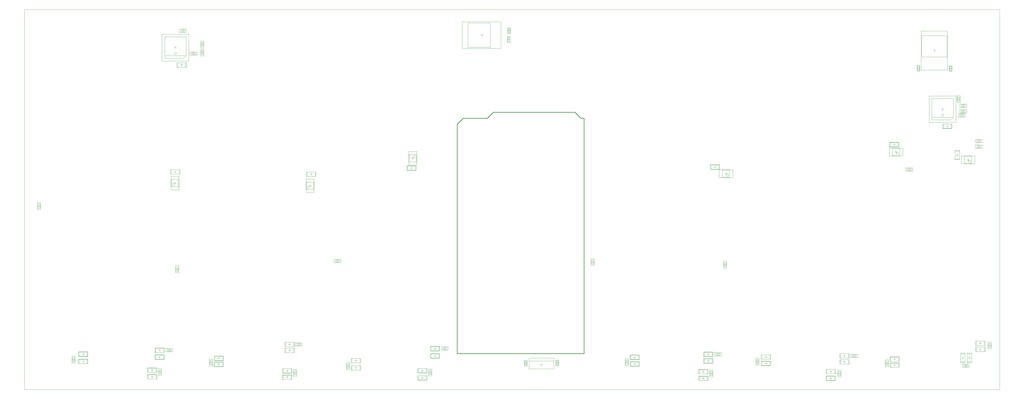
<source format=gko>
G04*
G04 #@! TF.GenerationSoftware,Altium Limited,Altium Designer,19.1.7 (138)*
G04*
G04 Layer_Color=16711935*
%FSLAX24Y24*%
%MOIN*%
G70*
G01*
G75*
%ADD14C,0.0100*%
%ADD21C,0.0005*%
%ADD22C,0.0039*%
%ADD23C,0.0020*%
D14*
X93100Y6846D02*
Y45200D01*
X72100Y6200D02*
Y44200D01*
X73100Y45200D01*
X77100D01*
X77104D02*
X78104Y46200D01*
X91600D01*
X92600Y45200D01*
X93100D01*
X72100Y6200D02*
X92454D01*
X93100D01*
Y6846D01*
D21*
X468Y243D02*
Y63235D01*
Y243D02*
X161886D01*
Y63235D01*
X468D02*
X161886D01*
D22*
X145193Y39364D02*
G03*
X145193Y39364I-197J0D01*
G01*
X152637Y45708D02*
G03*
X152637Y45708I-197J0D01*
G01*
X25657Y55928D02*
G03*
X25657Y55928I-197J0D01*
G01*
X47691Y33764D02*
G03*
X47691Y33764I-197J0D01*
G01*
X25321Y34204D02*
G03*
X25321Y34204I-197J0D01*
G01*
X65193Y38836D02*
G03*
X65193Y38836I-197J0D01*
G01*
X117053Y35764D02*
G03*
X117053Y35764I-197J0D01*
G01*
X157113Y38054D02*
G03*
X157113Y38054I-197J0D01*
G01*
X25573Y20515D02*
X25927D01*
X25573Y19845D02*
X25927D01*
Y20515D01*
X25573Y19845D02*
Y20515D01*
X9511Y4536D02*
Y5244D01*
X10849Y4536D02*
Y5244D01*
X9511D02*
X10849D01*
X9511Y4536D02*
X10849D01*
X22269Y2006D02*
Y2714D01*
X20931Y2006D02*
Y2714D01*
Y2006D02*
X22269D01*
X20931Y2714D02*
X22269D01*
Y3106D02*
Y3814D01*
X20931Y3106D02*
Y3814D01*
Y3106D02*
X22269D01*
X20931Y3814D02*
X22269D01*
X158095Y41253D02*
X158765D01*
X158095Y41607D02*
X158765D01*
Y41253D02*
Y41607D01*
X158095Y41253D02*
Y41607D01*
Y40333D02*
X158765D01*
X158095Y40687D02*
X158765D01*
Y40333D02*
Y40687D01*
X158095Y40333D02*
Y40687D01*
X25831Y53676D02*
X27169D01*
X25831Y54384D02*
X27169D01*
Y53676D02*
Y54384D01*
X25831Y53676D02*
Y54384D01*
X26365Y59533D02*
X27035D01*
X26365Y59887D02*
X27035D01*
Y59533D02*
Y59887D01*
X26365Y59533D02*
Y59887D01*
X28115Y56107D02*
X28785D01*
X28115Y55753D02*
X28785D01*
X28115D02*
Y56107D01*
X28785Y55753D02*
Y56107D01*
X29723Y57105D02*
Y57775D01*
X30077Y57105D02*
Y57775D01*
X29723Y57105D02*
X30077D01*
X29723Y57775D02*
X30077D01*
X29723Y55775D02*
Y56445D01*
X30077Y55775D02*
Y56445D01*
X29723Y55775D02*
X30077D01*
X29723Y56445D02*
X30077D01*
X145350Y39010D02*
Y40230D01*
X144130Y39010D02*
Y40230D01*
Y39010D02*
X145350D01*
X144130Y40230D02*
X145350D01*
X155255Y45867D02*
X155925D01*
X155255Y45513D02*
X155925D01*
X155255D02*
Y45867D01*
X155925Y45513D02*
Y45867D01*
X152551Y43516D02*
X153889D01*
X152551Y44224D02*
X153889D01*
Y43516D02*
Y44224D01*
X152551Y43516D02*
Y44224D01*
X154220Y45354D02*
Y48480D01*
X150660D02*
X154220D01*
X150660Y44920D02*
Y48480D01*
Y44920D02*
X153786D01*
X154220Y45354D01*
X150660D02*
X154220D01*
X155535Y47457D02*
X156205D01*
X155535Y47103D02*
X156205D01*
X155535D02*
Y47457D01*
X156205Y47103D02*
Y47457D01*
X155520Y46163D02*
X156190D01*
X155520Y46517D02*
X156190D01*
Y46163D02*
Y46517D01*
X155520Y46163D02*
Y46517D01*
X154913Y48075D02*
Y48745D01*
X155267Y48075D02*
Y48745D01*
X154913Y48075D02*
X155267D01*
X154913Y48745D02*
X155267D01*
X27240Y55574D02*
Y58700D01*
X23680D02*
X27240D01*
X23680Y55140D02*
Y58700D01*
Y55140D02*
X26806D01*
X27240Y55574D01*
X23680D02*
X27240D01*
X145109Y40496D02*
Y41204D01*
X143771Y40496D02*
Y41204D01*
Y40496D02*
X145109D01*
X143771Y41204D02*
X145109D01*
X48360Y33410D02*
Y34630D01*
X47140Y33410D02*
Y34630D01*
X48360D01*
X47140Y33410D02*
X48360D01*
X24770Y33850D02*
X25990D01*
X24770Y35070D02*
X25990D01*
X24770Y33850D02*
Y35070D01*
X25990Y33850D02*
Y35070D01*
X64130Y37970D02*
Y39190D01*
X65350Y37970D02*
Y39190D01*
X64130Y37970D02*
X65350D01*
X64130Y39190D02*
X65350D01*
X117210Y35410D02*
Y36630D01*
X115990Y35410D02*
Y36630D01*
Y35410D02*
X117210D01*
X115990Y36630D02*
X117210D01*
X157270Y37700D02*
Y38920D01*
X156050Y37700D02*
Y38920D01*
Y37700D02*
X157270D01*
X156050Y38920D02*
X157270D01*
X52629Y21379D02*
Y21734D01*
X51960Y21379D02*
Y21734D01*
Y21379D02*
X52629D01*
X51960Y21734D02*
X52629D01*
X48589Y35576D02*
Y36284D01*
X47251Y35576D02*
Y36284D01*
Y35576D02*
X48589D01*
X47251Y36284D02*
X48589D01*
X2693Y30985D02*
X3047D01*
X2693Y30315D02*
X3047D01*
Y30985D01*
X2693Y30315D02*
Y30985D01*
X77568Y56972D02*
Y61008D01*
X73887Y56972D02*
Y61008D01*
Y56972D02*
X77568D01*
X73887Y61008D02*
X77568D01*
X80493Y59386D02*
Y60074D01*
X80867Y59386D02*
Y60074D01*
X80493Y59386D02*
X80867D01*
X80493Y60074D02*
X80867D01*
X80847Y57906D02*
Y58594D01*
X80473Y57906D02*
Y58594D01*
X80847D01*
X80473Y57906D02*
X80847D01*
X153583Y53096D02*
Y53784D01*
X153957Y53096D02*
Y53784D01*
X153583Y53096D02*
X153957D01*
X153583Y53784D02*
X153957D01*
X148263Y53136D02*
Y53824D01*
X148637Y53136D02*
Y53824D01*
X148263Y53136D02*
X148637D01*
X148263Y53824D02*
X148637D01*
X154506Y39779D02*
X155214D01*
X154506Y38441D02*
X155214D01*
Y39779D01*
X154506Y38441D02*
Y39779D01*
X146605Y36533D02*
Y36887D01*
X147275Y36533D02*
Y36887D01*
X146605D02*
X147275D01*
X146605Y36533D02*
X147275D01*
X143841Y3936D02*
Y4644D01*
X145179Y3936D02*
Y4644D01*
X143841D02*
X145179D01*
X143841Y3936D02*
X145179D01*
X143841Y4936D02*
Y5644D01*
X145179Y4936D02*
Y5644D01*
X143841D02*
X145179D01*
X143841Y4936D02*
X145179D01*
X143033Y4925D02*
X143387D01*
X143033Y4255D02*
X143387D01*
Y4925D01*
X143033Y4255D02*
Y4925D01*
X156546Y4831D02*
X157254D01*
X156546Y6169D02*
X157254D01*
X156546Y4831D02*
Y6169D01*
X157254Y4831D02*
Y6169D01*
X155446Y4831D02*
X156154D01*
X155446Y6169D02*
X156154D01*
X155446Y4831D02*
Y6169D01*
X156154Y4831D02*
Y6169D01*
X155965Y4023D02*
Y4377D01*
X156635Y4023D02*
Y4377D01*
X155965D02*
X156635D01*
X155965Y4023D02*
X156635D01*
X159369Y7546D02*
Y8254D01*
X158031Y7546D02*
Y8254D01*
Y7546D02*
X159369D01*
X158031Y8254D02*
X159369D01*
X160063Y7240D02*
X160417D01*
X160063Y7910D02*
X160417D01*
X160063Y7240D02*
Y7910D01*
X160417Y7240D02*
Y7910D01*
X159369Y6546D02*
Y7254D01*
X158031Y6546D02*
Y7254D01*
Y6546D02*
X159369D01*
X158031Y7254D02*
X159369D01*
X121623Y5215D02*
X121977D01*
X121623Y4545D02*
X121977D01*
Y5215D01*
X121623Y4545D02*
Y5215D01*
X122531Y4226D02*
Y4934D01*
X123869Y4226D02*
Y4934D01*
X122531D02*
X123869D01*
X122531Y4226D02*
X123869D01*
X122531Y5276D02*
Y5984D01*
X123869Y5276D02*
Y5984D01*
X122531D02*
X123869D01*
X122531Y5276D02*
X123869D01*
X134609Y2874D02*
Y3583D01*
X133271Y2874D02*
Y3583D01*
Y2874D02*
X134609D01*
X133271Y3583D02*
X134609D01*
Y1756D02*
Y2464D01*
X133271Y1756D02*
Y2464D01*
Y1756D02*
X134609D01*
X133271Y2464D02*
X134609D01*
X135163Y2575D02*
X135517D01*
X135163Y3245D02*
X135517D01*
X135163Y2575D02*
Y3245D01*
X135517Y2575D02*
Y3245D01*
X138145Y5653D02*
Y6007D01*
X137475Y5653D02*
Y6007D01*
Y5653D02*
X138145D01*
X137475Y6007D02*
X138145D01*
X136879Y5476D02*
Y6184D01*
X135541Y5476D02*
Y6184D01*
Y5476D02*
X136879D01*
X135541Y6184D02*
X136879D01*
Y4476D02*
Y5184D01*
X135541Y4476D02*
Y5184D01*
Y4476D02*
X136879D01*
X135541Y5184D02*
X136879D01*
X100801Y4126D02*
Y4834D01*
X102139Y4126D02*
Y4834D01*
X100801D02*
X102139D01*
X100801Y4126D02*
X102139D01*
X100801Y5226D02*
Y5934D01*
X102139Y5226D02*
Y5934D01*
X100801D02*
X102139D01*
X100801Y5226D02*
X102139D01*
X99993Y5115D02*
X100347D01*
X99993Y4445D02*
X100347D01*
Y5115D01*
X99993Y4445D02*
Y5115D01*
X113509Y2836D02*
Y3544D01*
X112171Y2836D02*
Y3544D01*
Y2836D02*
X113509D01*
X112171Y3544D02*
X113509D01*
Y1736D02*
Y2444D01*
X112171Y1736D02*
Y2444D01*
Y1736D02*
X113509D01*
X112171Y2444D02*
X113509D01*
X113963Y2555D02*
X114317D01*
X113963Y3225D02*
X114317D01*
X113963Y2555D02*
Y3225D01*
X114317Y2555D02*
Y3225D01*
X114319Y5726D02*
Y6434D01*
X112981Y5726D02*
Y6434D01*
Y5726D02*
X114319D01*
X112981Y6434D02*
X114319D01*
Y4626D02*
Y5334D01*
X112981Y4626D02*
Y5334D01*
Y4626D02*
X114319D01*
X112981Y5334D02*
X114319D01*
X115585Y5903D02*
Y6257D01*
X114915Y5903D02*
Y6257D01*
Y5903D02*
X115585D01*
X114915Y6257D02*
X115585D01*
X88837Y4306D02*
Y4994D01*
X88463Y4306D02*
Y4994D01*
X88837D01*
X88463Y4306D02*
X88837D01*
X83627Y4256D02*
Y4944D01*
X83253Y4256D02*
Y4944D01*
X83627D01*
X83253Y4256D02*
X83627D01*
X116253Y21285D02*
X116607D01*
X116253Y20615D02*
X116607D01*
Y21285D01*
X116253Y20615D02*
Y21285D01*
X115419Y36766D02*
Y37474D01*
X114081Y36766D02*
Y37474D01*
Y36766D02*
X115419D01*
X114081Y37474D02*
X115419D01*
X94344Y21704D02*
X94699D01*
X94344Y21035D02*
X94699D01*
Y21704D01*
X94344Y21035D02*
Y21704D01*
X54671Y3476D02*
Y4184D01*
X56009Y3476D02*
Y4184D01*
X54671D02*
X56009D01*
X54671Y3476D02*
X56009D01*
X53863Y4465D02*
X54217D01*
X53863Y3795D02*
X54217D01*
Y4465D01*
X53863Y3795D02*
Y4465D01*
X54671Y4676D02*
Y5384D01*
X56009Y4676D02*
Y5384D01*
X54671D02*
X56009D01*
X54671Y4676D02*
X56009D01*
X66999Y3016D02*
Y3724D01*
X65661Y3016D02*
Y3724D01*
Y3016D02*
X66999D01*
X65661Y3724D02*
X66999D01*
Y1816D02*
Y2524D01*
X65661Y1816D02*
Y2524D01*
Y1816D02*
X66999D01*
X65661Y2524D02*
X66999D01*
X67453Y2735D02*
X67807D01*
X67453Y3405D02*
X67807D01*
X67453Y2735D02*
Y3405D01*
X67807Y2735D02*
Y3405D01*
X69089Y5456D02*
Y6164D01*
X67751Y5456D02*
Y6164D01*
Y5456D02*
X69089D01*
X67751Y6164D02*
X69089D01*
Y6656D02*
Y7364D01*
X67751Y6656D02*
Y7364D01*
Y6656D02*
X69089D01*
X67751Y7364D02*
X69089D01*
X70355Y6863D02*
Y7217D01*
X69685Y6863D02*
Y7217D01*
Y6863D02*
X70355D01*
X69685Y7217D02*
X70355D01*
X31971Y4066D02*
Y4774D01*
X33309Y4066D02*
Y4774D01*
X31971D02*
X33309D01*
X31971Y4066D02*
X33309D01*
X31971Y5066D02*
Y5774D01*
X33309Y5066D02*
Y5774D01*
X31971D02*
X33309D01*
X31971Y5066D02*
X33309D01*
X31163Y5055D02*
X31517D01*
X31163Y4385D02*
X31517D01*
Y5055D01*
X31163Y4385D02*
Y5055D01*
X45073Y2655D02*
X45427D01*
X45073Y3325D02*
X45427D01*
X45073Y2655D02*
Y3325D01*
X45427Y2655D02*
Y3325D01*
X44619Y2986D02*
Y3694D01*
X43281Y2986D02*
Y3694D01*
Y2986D02*
X44619D01*
X43281Y3694D02*
X44619D01*
Y1936D02*
Y2644D01*
X43281Y1936D02*
Y2644D01*
Y1936D02*
X44619D01*
X43281Y2644D02*
X44619D01*
X45029Y7376D02*
Y8084D01*
X43691Y7376D02*
Y8084D01*
Y7376D02*
X45029D01*
X43691Y8084D02*
X45029D01*
X46195Y7553D02*
Y7907D01*
X45525Y7553D02*
Y7907D01*
Y7553D02*
X46195D01*
X45525Y7907D02*
X46195D01*
X45029Y6376D02*
Y7084D01*
X43691Y6376D02*
Y7084D01*
Y6376D02*
X45029D01*
X43691Y7084D02*
X45029D01*
X8413Y5525D02*
X8767D01*
X8413Y4855D02*
X8767D01*
Y5525D01*
X8413Y4855D02*
Y5525D01*
X22723Y2830D02*
X23077D01*
X22723Y3500D02*
X23077D01*
X22723Y2830D02*
Y3500D01*
X23077Y2830D02*
Y3500D01*
X23509Y6406D02*
Y7114D01*
X22171Y6406D02*
Y7114D01*
Y6406D02*
X23509D01*
X22171Y7114D02*
X23509D01*
Y5256D02*
Y5964D01*
X22171Y5256D02*
Y5964D01*
Y5256D02*
X23509D01*
X22171Y5964D02*
X23509D01*
X24775Y6583D02*
Y6937D01*
X24105Y6583D02*
Y6937D01*
Y6583D02*
X24775D01*
X24105Y6937D02*
X24775D01*
X63871Y36596D02*
Y37304D01*
X65209Y36596D02*
Y37304D01*
X63871D02*
X65209D01*
X63871Y36596D02*
X65209D01*
X24761Y36684D02*
X26099D01*
X24761Y35976D02*
X26099D01*
X24761D02*
Y36684D01*
X26099Y35976D02*
Y36684D01*
X9511Y5756D02*
X10849D01*
X9511Y6464D02*
X10849D01*
Y5756D02*
Y6464D01*
X9511Y5756D02*
Y6464D01*
X153167Y55367D02*
Y58910D01*
X149013Y55367D02*
Y58910D01*
X153167D01*
X149013Y55367D02*
X153167D01*
X83993Y3651D02*
X88087D01*
X83993D02*
Y5462D01*
X83993D02*
X88087D01*
Y3651D02*
Y5462D01*
X83993Y4950D02*
X88087D01*
X25750Y20003D02*
Y20357D01*
X25573Y20180D02*
X25927D01*
X9393Y4516D02*
Y5264D01*
X10967Y4516D02*
Y5264D01*
X9393D02*
X10967D01*
X9393Y4516D02*
X10967D01*
X9983Y4890D02*
X10377D01*
X10180Y4693D02*
Y5087D01*
X22387Y1986D02*
Y2734D01*
X20813Y1986D02*
Y2734D01*
Y1986D02*
X22387D01*
X20813Y2734D02*
X22387D01*
X21403Y2360D02*
X21797D01*
X21600Y2163D02*
Y2557D01*
X22387Y3086D02*
Y3834D01*
X20813Y3086D02*
Y3834D01*
Y3086D02*
X22387D01*
X20813Y3834D02*
X22387D01*
X21403Y3460D02*
X21797D01*
X21600Y3263D02*
Y3657D01*
X158430Y41253D02*
Y41607D01*
X158253Y41430D02*
X158607D01*
X158430Y40333D02*
Y40687D01*
X158253Y40510D02*
X158607D01*
X26500Y53833D02*
Y54227D01*
X26303Y54030D02*
X26697D01*
X25713Y53656D02*
X27287D01*
X25713Y54404D02*
X27287D01*
Y53656D02*
Y54404D01*
X25713Y53656D02*
Y54404D01*
X26700Y59533D02*
Y59887D01*
X26523Y59710D02*
X26877D01*
X28450Y55753D02*
Y56107D01*
X28273Y55930D02*
X28627D01*
X29723Y57440D02*
X30077D01*
X29900Y57263D02*
Y57617D01*
X29723Y56110D02*
X30077D01*
X29900Y55933D02*
Y56287D01*
X144543Y39620D02*
X144937D01*
X144740Y39423D02*
Y39817D01*
X155590Y45513D02*
Y45867D01*
X155413Y45690D02*
X155767D01*
X153220Y43673D02*
Y44067D01*
X153023Y43870D02*
X153417D01*
X152433Y43496D02*
X154007D01*
X152433Y44244D02*
X154007D01*
Y43496D02*
Y44244D01*
X152433Y43496D02*
Y44244D01*
X152243Y46700D02*
X152637D01*
X152440Y46503D02*
Y46897D01*
X155870Y47103D02*
Y47457D01*
X155693Y47280D02*
X156047D01*
X155855Y46163D02*
Y46517D01*
X155678Y46340D02*
X156032D01*
X154913Y48410D02*
X155267D01*
X155090Y48233D02*
Y48587D01*
X25263Y56920D02*
X25657D01*
X25460Y56723D02*
Y57117D01*
X145227Y40476D02*
Y41224D01*
X143653Y40476D02*
Y41224D01*
Y40476D02*
X145227D01*
X143653Y41224D02*
X145227D01*
X144243Y40850D02*
X144637D01*
X144440Y40653D02*
Y41047D01*
X47553Y34020D02*
X47947D01*
X47750Y33823D02*
Y34217D01*
X25380Y34263D02*
Y34657D01*
X25183Y34460D02*
X25577D01*
X64543Y38580D02*
X64937D01*
X64740Y38383D02*
Y38777D01*
X116403Y36020D02*
X116797D01*
X116600Y35823D02*
Y36217D01*
X156463Y38310D02*
X156857D01*
X156660Y38113D02*
Y38507D01*
X52117Y21556D02*
X52472D01*
X52295Y21379D02*
Y21734D01*
X48707Y35556D02*
Y36304D01*
X47133Y35556D02*
Y36304D01*
Y35556D02*
X48707D01*
X47133Y36304D02*
X48707D01*
X47723Y35930D02*
X48117D01*
X47920Y35733D02*
Y36127D01*
X2870Y30473D02*
Y30827D01*
X2693Y30650D02*
X3047D01*
X75993Y58990D02*
X76387D01*
X76190Y58793D02*
Y59187D01*
X80493Y59730D02*
X80867D01*
X80680Y59543D02*
Y59917D01*
X80463Y59258D02*
Y60202D01*
X80897Y59258D02*
Y60202D01*
X80463Y59258D02*
X80897D01*
X80463Y60202D02*
X80897D01*
X80473Y58250D02*
X80847D01*
X80660Y58063D02*
Y58437D01*
X80877Y57778D02*
Y58722D01*
X80443Y57778D02*
Y58722D01*
X80877D01*
X80443Y57778D02*
X80877D01*
X153583Y53440D02*
X153957D01*
X153770Y53253D02*
Y53627D01*
X153553Y52968D02*
Y53912D01*
X153987Y52968D02*
Y53912D01*
X153553Y52968D02*
X153987D01*
X153553Y53912D02*
X153987D01*
X148263Y53480D02*
X148637D01*
X148450Y53293D02*
Y53667D01*
X148233Y53008D02*
Y53952D01*
X148667Y53008D02*
Y53952D01*
X148233Y53008D02*
X148667D01*
X148233Y53952D02*
X148667D01*
X154486Y39897D02*
X155234D01*
X154486Y38323D02*
X155234D01*
Y39897D01*
X154486Y38323D02*
Y39897D01*
X154860Y38913D02*
Y39307D01*
X154663Y39110D02*
X155057D01*
X146763Y36710D02*
X147117D01*
X146940Y36533D02*
Y36887D01*
X143723Y3916D02*
Y4664D01*
X145297Y3916D02*
Y4664D01*
X143723D02*
X145297D01*
X143723Y3916D02*
X145297D01*
X144313Y4290D02*
X144707D01*
X144510Y4093D02*
Y4487D01*
X143723Y4916D02*
Y5664D01*
X145297Y4916D02*
Y5664D01*
X143723D02*
X145297D01*
X143723Y4916D02*
X145297D01*
X144313Y5290D02*
X144707D01*
X144510Y5093D02*
Y5487D01*
X143210Y4413D02*
Y4767D01*
X143033Y4590D02*
X143387D01*
X156526Y4713D02*
X157274D01*
X156526Y6287D02*
X157274D01*
X156526Y4713D02*
Y6287D01*
X157274Y4713D02*
Y6287D01*
X156900Y5303D02*
Y5697D01*
X156703Y5500D02*
X157097D01*
X155426Y4713D02*
X156174D01*
X155426Y6287D02*
X156174D01*
X155426Y4713D02*
Y6287D01*
X156174Y4713D02*
Y6287D01*
X155800Y5303D02*
Y5697D01*
X155603Y5500D02*
X155997D01*
X156123Y4200D02*
X156477D01*
X156300Y4023D02*
Y4377D01*
X159487Y7526D02*
Y8274D01*
X157913Y7526D02*
Y8274D01*
Y7526D02*
X159487D01*
X157913Y8274D02*
X159487D01*
X158503Y7900D02*
X158897D01*
X158700Y7703D02*
Y8097D01*
X160240Y7398D02*
Y7752D01*
X160063Y7575D02*
X160417D01*
X159487Y6526D02*
Y7274D01*
X157913Y6526D02*
Y7274D01*
Y6526D02*
X159487D01*
X157913Y7274D02*
X159487D01*
X158503Y6900D02*
X158897D01*
X158700Y6703D02*
Y7097D01*
X121800Y4703D02*
Y5057D01*
X121623Y4880D02*
X121977D01*
X122413Y4206D02*
Y4954D01*
X123987Y4206D02*
Y4954D01*
X122413D02*
X123987D01*
X122413Y4206D02*
X123987D01*
X123003Y4580D02*
X123397D01*
X123200Y4383D02*
Y4777D01*
X122413Y5256D02*
Y6004D01*
X123987Y5256D02*
Y6004D01*
X122413D02*
X123987D01*
X122413Y5256D02*
X123987D01*
X123003Y5630D02*
X123397D01*
X123200Y5433D02*
Y5827D01*
X134727Y2854D02*
Y3602D01*
X133153Y2854D02*
Y3602D01*
Y2854D02*
X134727D01*
X133153Y3602D02*
X134727D01*
X133743Y3228D02*
X134137D01*
X133940Y3032D02*
Y3425D01*
X134727Y1736D02*
Y2484D01*
X133153Y1736D02*
Y2484D01*
Y1736D02*
X134727D01*
X133153Y2484D02*
X134727D01*
X133743Y2110D02*
X134137D01*
X133940Y1913D02*
Y2307D01*
X135340Y2733D02*
Y3087D01*
X135163Y2910D02*
X135517D01*
X137633Y5830D02*
X137987D01*
X137810Y5653D02*
Y6007D01*
X136997Y5456D02*
Y6204D01*
X135423Y5456D02*
Y6204D01*
Y5456D02*
X136997D01*
X135423Y6204D02*
X136997D01*
X136013Y5830D02*
X136407D01*
X136210Y5633D02*
Y6027D01*
X136997Y4456D02*
Y5204D01*
X135423Y4456D02*
Y5204D01*
Y4456D02*
X136997D01*
X135423Y5204D02*
X136997D01*
X136013Y4830D02*
X136407D01*
X136210Y4633D02*
Y5027D01*
X100683Y4106D02*
Y4854D01*
X102257Y4106D02*
Y4854D01*
X100683D02*
X102257D01*
X100683Y4106D02*
X102257D01*
X101273Y4480D02*
X101667D01*
X101470Y4283D02*
Y4677D01*
X100683Y5206D02*
Y5954D01*
X102257Y5206D02*
Y5954D01*
X100683D02*
X102257D01*
X100683Y5206D02*
X102257D01*
X101273Y5580D02*
X101667D01*
X101470Y5383D02*
Y5777D01*
X100170Y4603D02*
Y4957D01*
X99993Y4780D02*
X100347D01*
X113627Y2816D02*
Y3564D01*
X112053Y2816D02*
Y3564D01*
Y2816D02*
X113627D01*
X112053Y3564D02*
X113627D01*
X112643Y3190D02*
X113037D01*
X112840Y2993D02*
Y3387D01*
X113627Y1716D02*
Y2464D01*
X112053Y1716D02*
Y2464D01*
Y1716D02*
X113627D01*
X112053Y2464D02*
X113627D01*
X112643Y2090D02*
X113037D01*
X112840Y1893D02*
Y2287D01*
X114140Y2713D02*
Y3067D01*
X113963Y2890D02*
X114317D01*
X114437Y5706D02*
Y6454D01*
X112863Y5706D02*
Y6454D01*
Y5706D02*
X114437D01*
X112863Y6454D02*
X114437D01*
X113453Y6080D02*
X113847D01*
X113650Y5883D02*
Y6277D01*
X114437Y4606D02*
Y5354D01*
X112863Y4606D02*
Y5354D01*
Y4606D02*
X114437D01*
X112863Y5354D02*
X114437D01*
X113453Y4980D02*
X113847D01*
X113650Y4783D02*
Y5177D01*
X115073Y6080D02*
X115427D01*
X115250Y5903D02*
Y6257D01*
X88463Y4650D02*
X88837D01*
X88650Y4463D02*
Y4837D01*
X88867Y4178D02*
Y5122D01*
X88433Y4178D02*
Y5122D01*
X88867D01*
X88433Y4178D02*
X88867D01*
X83253Y4600D02*
X83627D01*
X83440Y4413D02*
Y4787D01*
X83657Y4128D02*
Y5072D01*
X83223Y4128D02*
Y5072D01*
X83657D01*
X83223Y4128D02*
X83657D01*
X116430Y20773D02*
Y21127D01*
X116253Y20950D02*
X116607D01*
X115537Y36746D02*
Y37494D01*
X113963Y36746D02*
Y37494D01*
Y36746D02*
X115537D01*
X113963Y37494D02*
X115537D01*
X114553Y37120D02*
X114947D01*
X114750Y36923D02*
Y37317D01*
X94521Y21192D02*
Y21547D01*
X94344Y21370D02*
X94699D01*
X54553Y3456D02*
Y4204D01*
X56127Y3456D02*
Y4204D01*
X54553D02*
X56127D01*
X54553Y3456D02*
X56127D01*
X55143Y3830D02*
X55537D01*
X55340Y3633D02*
Y4027D01*
X54040Y3953D02*
Y4307D01*
X53863Y4130D02*
X54217D01*
X54553Y4656D02*
Y5404D01*
X56127Y4656D02*
Y5404D01*
X54553D02*
X56127D01*
X54553Y4656D02*
X56127D01*
X55143Y5030D02*
X55537D01*
X55340Y4833D02*
Y5227D01*
X67117Y2996D02*
Y3744D01*
X65543Y2996D02*
Y3744D01*
Y2996D02*
X67117D01*
X65543Y3744D02*
X67117D01*
X66133Y3370D02*
X66527D01*
X66330Y3173D02*
Y3567D01*
X67117Y1796D02*
Y2544D01*
X65543Y1796D02*
Y2544D01*
Y1796D02*
X67117D01*
X65543Y2544D02*
X67117D01*
X66133Y2170D02*
X66527D01*
X66330Y1973D02*
Y2367D01*
X67630Y2893D02*
Y3247D01*
X67453Y3070D02*
X67807D01*
X69207Y5436D02*
Y6184D01*
X67633Y5436D02*
Y6184D01*
Y5436D02*
X69207D01*
X67633Y6184D02*
X69207D01*
X68223Y5810D02*
X68617D01*
X68420Y5613D02*
Y6007D01*
X69207Y6636D02*
Y7384D01*
X67633Y6636D02*
Y7384D01*
Y6636D02*
X69207D01*
X67633Y7384D02*
X69207D01*
X68223Y7010D02*
X68617D01*
X68420Y6813D02*
Y7207D01*
X69843Y7040D02*
X70197D01*
X70020Y6863D02*
Y7217D01*
X31853Y4046D02*
Y4794D01*
X33427Y4046D02*
Y4794D01*
X31853D02*
X33427D01*
X31853Y4046D02*
X33427D01*
X32443Y4420D02*
X32837D01*
X32640Y4223D02*
Y4617D01*
X31853Y5046D02*
Y5794D01*
X33427Y5046D02*
Y5794D01*
X31853D02*
X33427D01*
X31853Y5046D02*
X33427D01*
X32443Y5420D02*
X32837D01*
X32640Y5223D02*
Y5617D01*
X31340Y4543D02*
Y4897D01*
X31163Y4720D02*
X31517D01*
X45250Y2813D02*
Y3167D01*
X45073Y2990D02*
X45427D01*
X44737Y2966D02*
Y3714D01*
X43163Y2966D02*
Y3714D01*
Y2966D02*
X44737D01*
X43163Y3714D02*
X44737D01*
X43753Y3340D02*
X44147D01*
X43950Y3143D02*
Y3537D01*
X44737Y1916D02*
Y2664D01*
X43163Y1916D02*
Y2664D01*
Y1916D02*
X44737D01*
X43163Y2664D02*
X44737D01*
X43753Y2290D02*
X44147D01*
X43950Y2093D02*
Y2487D01*
X45147Y7356D02*
Y8104D01*
X43573Y7356D02*
Y8104D01*
Y7356D02*
X45147D01*
X43573Y8104D02*
X45147D01*
X44163Y7730D02*
X44557D01*
X44360Y7533D02*
Y7927D01*
X45683Y7730D02*
X46037D01*
X45860Y7553D02*
Y7907D01*
X45147Y6356D02*
Y7104D01*
X43573Y6356D02*
Y7104D01*
Y6356D02*
X45147D01*
X43573Y7104D02*
X45147D01*
X44163Y6730D02*
X44557D01*
X44360Y6533D02*
Y6927D01*
X8590Y5013D02*
Y5367D01*
X8413Y5190D02*
X8767D01*
X22900Y2988D02*
Y3342D01*
X22723Y3165D02*
X23077D01*
X23627Y6386D02*
Y7134D01*
X22053Y6386D02*
Y7134D01*
Y6386D02*
X23627D01*
X22053Y7134D02*
X23627D01*
X22643Y6760D02*
X23037D01*
X22840Y6563D02*
Y6957D01*
X23627Y5236D02*
Y5984D01*
X22053Y5236D02*
Y5984D01*
Y5236D02*
X23627D01*
X22053Y5984D02*
X23627D01*
X22643Y5610D02*
X23037D01*
X22840Y5413D02*
Y5807D01*
X24263Y6760D02*
X24617D01*
X24440Y6583D02*
Y6937D01*
X63753Y36576D02*
Y37324D01*
X65327Y36576D02*
Y37324D01*
X63753D02*
X65327D01*
X63753Y36576D02*
X65327D01*
X64343Y36950D02*
X64737D01*
X64540Y36753D02*
Y37147D01*
X25430Y36133D02*
Y36527D01*
X25233Y36330D02*
X25627D01*
X24643Y36704D02*
X26217D01*
X24643Y35956D02*
X26217D01*
X24643D02*
Y36704D01*
X26217Y35956D02*
Y36704D01*
X10180Y5913D02*
Y6307D01*
X9983Y6110D02*
X10377D01*
X9393Y5736D02*
X10967D01*
X9393Y6484D02*
X10967D01*
Y5736D02*
Y6484D01*
X9393Y5736D02*
Y6484D01*
X150893Y56430D02*
X151287D01*
X151090Y56233D02*
Y56627D01*
X153275Y53182D02*
Y59678D01*
X148905Y53182D02*
Y59678D01*
X153275D01*
X148905Y53182D02*
X153275D01*
X85843Y4340D02*
X86237D01*
X86040Y4143D02*
Y4537D01*
D23*
X25474Y20751D02*
X26026D01*
X25474Y19609D02*
X26026D01*
Y20751D01*
X25474Y19609D02*
Y20751D01*
X157859Y41154D02*
X159001D01*
X157859Y41706D02*
X159001D01*
Y41154D02*
Y41706D01*
X157859Y41154D02*
Y41706D01*
Y40234D02*
X159001D01*
X157859Y40786D02*
X159001D01*
Y40234D02*
Y40786D01*
X157859Y40234D02*
Y40786D01*
X26129Y59434D02*
X27271D01*
X26129Y59986D02*
X27271D01*
Y59434D02*
Y59986D01*
X26129Y59434D02*
Y59986D01*
X27879Y56206D02*
X29021D01*
X27879Y55654D02*
X29021D01*
X27879D02*
Y56206D01*
X29021Y55654D02*
Y56206D01*
X29624Y56869D02*
Y58011D01*
X30176Y56869D02*
Y58011D01*
X29624Y56869D02*
X30176D01*
X29624Y58011D02*
X30176D01*
X29624Y55539D02*
Y56681D01*
X30176Y55539D02*
Y56681D01*
X29624Y55539D02*
X30176D01*
X29624Y56681D02*
X30176D01*
X145862Y38970D02*
Y40270D01*
X143618Y38970D02*
Y40270D01*
Y38970D02*
X145862D01*
X143618Y40270D02*
X145862D01*
X155019Y45966D02*
X156161D01*
X155019Y45414D02*
X156161D01*
X155019D02*
Y45966D01*
X156161Y45414D02*
Y45966D01*
X154655Y44485D02*
Y48915D01*
X150225Y44485D02*
Y48915D01*
Y44485D02*
X154655D01*
X150225Y48915D02*
X154655D01*
X155299Y47556D02*
X156441D01*
X155299Y47004D02*
X156441D01*
X155299D02*
Y47556D01*
X156441Y47004D02*
Y47556D01*
X155284Y46064D02*
X156426D01*
X155284Y46616D02*
X156426D01*
Y46064D02*
Y46616D01*
X155284Y46064D02*
Y46616D01*
X154814Y47839D02*
Y48981D01*
X155366Y47839D02*
Y48981D01*
X154814Y47839D02*
X155366D01*
X154814Y48981D02*
X155366D01*
X27675Y54705D02*
Y59135D01*
X23245Y54705D02*
Y59135D01*
Y54705D02*
X27675D01*
X23245Y59135D02*
X27675D01*
X48400Y32898D02*
Y35142D01*
X47100Y32898D02*
Y35142D01*
X48400D01*
X47100Y32898D02*
X48400D01*
X24730Y33338D02*
X26030D01*
X24730Y35582D02*
X26030D01*
X24730Y33338D02*
Y35582D01*
X26030Y33338D02*
Y35582D01*
X64090Y37458D02*
Y39702D01*
X65390Y37458D02*
Y39702D01*
X64090Y37458D02*
X65390D01*
X64090Y39702D02*
X65390D01*
X117722Y35370D02*
Y36670D01*
X115478Y35370D02*
Y36670D01*
Y35370D02*
X117722D01*
X115478Y36670D02*
X117722D01*
X157782Y37660D02*
Y38960D01*
X155538Y37660D02*
Y38960D01*
Y37660D02*
X157782D01*
X155538Y38960D02*
X157782D01*
X52865Y21281D02*
Y21832D01*
X51724Y21281D02*
Y21832D01*
Y21281D02*
X52865D01*
X51724Y21832D02*
X52865D01*
X2594Y31221D02*
X3146D01*
X2594Y30079D02*
X3146D01*
Y31221D01*
X2594Y30079D02*
Y31221D01*
X79320Y56790D02*
Y61190D01*
X72940Y56790D02*
Y61190D01*
Y56790D02*
X79320D01*
X72940Y61190D02*
X79320D01*
X146369Y36434D02*
Y36986D01*
X147511Y36434D02*
Y36986D01*
X146369D02*
X147511D01*
X146369Y36434D02*
X147511D01*
X142934Y5161D02*
X143486D01*
X142934Y4019D02*
X143486D01*
Y5161D01*
X142934Y4019D02*
Y5161D01*
X155729Y3924D02*
Y4476D01*
X156871Y3924D02*
Y4476D01*
X155729D02*
X156871D01*
X155729Y3924D02*
X156871D01*
X159964Y7004D02*
X160516D01*
X159964Y8146D02*
X160516D01*
X159964Y7004D02*
Y8146D01*
X160516Y7004D02*
Y8146D01*
X121524Y5451D02*
X122076D01*
X121524Y4309D02*
X122076D01*
Y5451D01*
X121524Y4309D02*
Y5451D01*
X135064Y2339D02*
X135616D01*
X135064Y3481D02*
X135616D01*
X135064Y2339D02*
Y3481D01*
X135616Y2339D02*
Y3481D01*
X138381Y5554D02*
Y6106D01*
X137239Y5554D02*
Y6106D01*
Y5554D02*
X138381D01*
X137239Y6106D02*
X138381D01*
X99894Y5351D02*
X100446D01*
X99894Y4209D02*
X100446D01*
Y5351D01*
X99894Y4209D02*
Y5351D01*
X113864Y2319D02*
X114416D01*
X113864Y3461D02*
X114416D01*
X113864Y2319D02*
Y3461D01*
X114416Y2319D02*
Y3461D01*
X115821Y5804D02*
Y6356D01*
X114679Y5804D02*
Y6356D01*
Y5804D02*
X115821D01*
X114679Y6356D02*
X115821D01*
X116154Y21521D02*
X116706D01*
X116154Y20379D02*
X116706D01*
Y21521D01*
X116154Y20379D02*
Y21521D01*
X94246Y21941D02*
X94797D01*
X94246Y20799D02*
X94797D01*
Y21941D01*
X94246Y20799D02*
Y21941D01*
X53764Y4701D02*
X54316D01*
X53764Y3559D02*
X54316D01*
Y4701D01*
X53764Y3559D02*
Y4701D01*
X67354Y2499D02*
X67906D01*
X67354Y3641D02*
X67906D01*
X67354Y2499D02*
Y3641D01*
X67906Y2499D02*
Y3641D01*
X70591Y6764D02*
Y7316D01*
X69449Y6764D02*
Y7316D01*
Y6764D02*
X70591D01*
X69449Y7316D02*
X70591D01*
X31064Y5291D02*
X31616D01*
X31064Y4149D02*
X31616D01*
Y5291D01*
X31064Y4149D02*
Y5291D01*
X44974Y2419D02*
X45526D01*
X44974Y3561D02*
X45526D01*
X44974Y2419D02*
Y3561D01*
X45526Y2419D02*
Y3561D01*
X46431Y7454D02*
Y8006D01*
X45289Y7454D02*
Y8006D01*
Y7454D02*
X46431D01*
X45289Y8006D02*
X46431D01*
X8314Y5761D02*
X8866D01*
X8314Y4619D02*
X8866D01*
Y5761D01*
X8314Y4619D02*
Y5761D01*
X22624Y2594D02*
X23176D01*
X22624Y3736D02*
X23176D01*
X22624Y2594D02*
Y3736D01*
X23176Y2594D02*
Y3736D01*
X25011Y6484D02*
Y7036D01*
X23869Y6484D02*
Y7036D01*
Y6484D02*
X25011D01*
X23869Y7036D02*
X25011D01*
M02*

</source>
